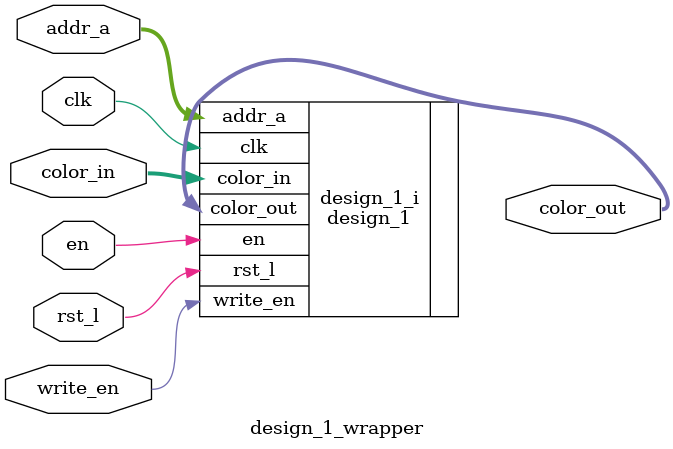
<source format=v>
`timescale 1 ps / 1 ps

module design_1_wrapper
   (addr_a,
    clk,
    color_in,
    color_out,
    en,
    rst_l,
    write_en);
  input [18:0]addr_a;
  input clk;
  input [3:0]color_in;
  output [3:0]color_out;
  input en;
  input rst_l;
  input write_en;

  wire [18:0]addr_a;
  wire clk;
  wire [3:0]color_in;
  wire [3:0]color_out;
  wire en;
  wire rst_l;
  wire write_en;

  design_1 design_1_i
       (.addr_a(addr_a),
        .clk(clk),
        .color_in(color_in),
        .color_out(color_out),
        .en(en),
        .rst_l(rst_l),
        .write_en(write_en));
endmodule

</source>
